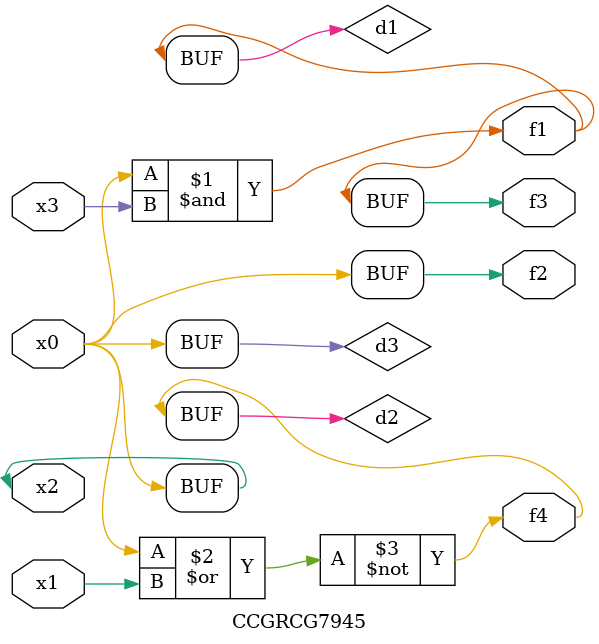
<source format=v>
module CCGRCG7945(
	input x0, x1, x2, x3,
	output f1, f2, f3, f4
);

	wire d1, d2, d3;

	and (d1, x2, x3);
	nor (d2, x0, x1);
	buf (d3, x0, x2);
	assign f1 = d1;
	assign f2 = d3;
	assign f3 = d1;
	assign f4 = d2;
endmodule

</source>
